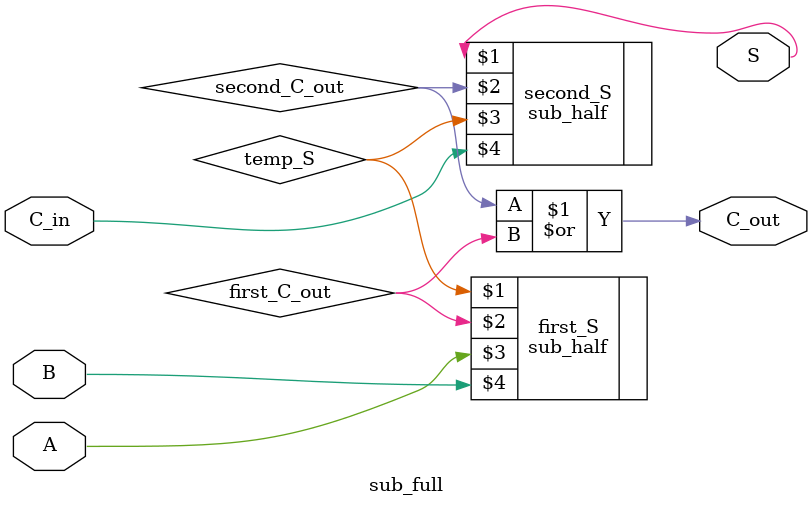
<source format=v>
module sub_full(S, C_out, A, B, C_in);
	input A,B,C_in;
	output S,C_out;
	wire temp_S, first_C_out, second_C_out;

	sub_half first_S(temp_S, first_C_out, A, B);
	sub_half second_S(S, second_C_out, temp_S, C_in);

	or final_C_out(C_out, second_C_out, first_C_out);

endmodule
</source>
